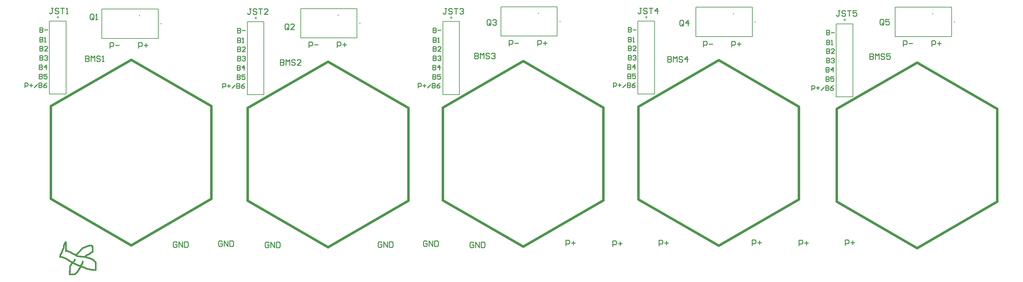
<source format=gto>
G04*
G04 #@! TF.GenerationSoftware,Altium Limited,Altium Designer,19.1.7 (138)*
G04*
G04 Layer_Color=65535*
%FSLAX25Y25*%
%MOIN*%
G70*
G01*
G75*
%ADD10C,0.00787*%
%ADD11C,0.00500*%
%ADD12C,0.02500*%
%ADD13C,0.01000*%
G36*
X57720Y93740D02*
X57860Y93700D01*
X57880Y93680D01*
X57960Y93640D01*
X58080Y93560D01*
X58220Y93460D01*
X58500Y93140D01*
Y84440D01*
X59160Y84280D01*
X59220D01*
X59280Y84260D01*
X59360Y84240D01*
X59540Y84200D01*
X59740Y84140D01*
X59760D01*
X59780Y84120D01*
X59900Y84080D01*
X60020Y84020D01*
X60140Y83960D01*
X60160D01*
X60200Y83940D01*
X60320Y83860D01*
X60480Y83800D01*
X60620Y83760D01*
X60660D01*
X60740Y83720D01*
X60840Y83660D01*
X60980Y83540D01*
X61020Y83500D01*
X61080Y83480D01*
X61160Y83440D01*
X61280Y83380D01*
X61440Y83340D01*
X61640Y83300D01*
X61900Y83260D01*
X62000D01*
X62100Y83240D01*
X62220Y83220D01*
X62520Y83160D01*
X62660Y83120D01*
X62780Y83060D01*
X62800D01*
X62840Y83040D01*
X62920Y82980D01*
X63000Y82920D01*
X63140Y82840D01*
X63280Y82720D01*
X63440Y82560D01*
X63640Y82380D01*
X63660Y82360D01*
X63740Y82300D01*
X63840Y82200D01*
X63980Y82100D01*
X64300Y81900D01*
X64460Y81800D01*
X64620Y81740D01*
X64640D01*
X64700Y81720D01*
X64800Y81680D01*
X64940Y81640D01*
X65100Y81560D01*
X65320Y81480D01*
X65560Y81360D01*
X65820Y81220D01*
X65860Y81200D01*
X65940Y81160D01*
X66080Y81080D01*
X66240Y81000D01*
X66580Y80820D01*
X66740Y80720D01*
X66860Y80640D01*
X66880Y80620D01*
X66920Y80600D01*
X67020Y80540D01*
X67160Y80500D01*
X67600Y80340D01*
X67620D01*
X67660Y80320D01*
X67800Y80280D01*
X67960Y80240D01*
X68020Y80220D01*
X68100D01*
X68160Y80240D01*
X68240Y80280D01*
X68340Y80340D01*
X68360D01*
X68380Y80380D01*
X68500Y80440D01*
X68660Y80540D01*
X68840Y80640D01*
X68860Y80660D01*
X68900Y80700D01*
X69000Y80780D01*
X69140Y80900D01*
X69320Y81080D01*
X69460Y81220D01*
X69600Y81340D01*
X69740Y81500D01*
X69920Y81680D01*
X70120Y81900D01*
X70340Y82120D01*
X70360Y82140D01*
X70400Y82180D01*
X70460Y82240D01*
X70540Y82340D01*
X70660Y82460D01*
X70780Y82580D01*
X71080Y82900D01*
X71400Y83280D01*
X71760Y83680D01*
X72140Y84100D01*
X72480Y84520D01*
Y84540D01*
X72520Y84560D01*
X72620Y84680D01*
X72780Y84860D01*
X72980Y85100D01*
X73240Y85380D01*
X73540Y85700D01*
X73860Y86020D01*
X74200Y86360D01*
X74220Y86380D01*
X74240Y86400D01*
X74360Y86500D01*
X74520Y86660D01*
X74720Y86840D01*
X74940Y87020D01*
X75140Y87180D01*
X75340Y87320D01*
X75500Y87400D01*
X75520D01*
X75540Y87420D01*
X75620Y87440D01*
X75720Y87480D01*
X75860Y87540D01*
X76060Y87620D01*
X76300Y87700D01*
X76600Y87820D01*
X76620D01*
X76640Y87840D01*
X76760Y87880D01*
X76920Y87960D01*
X77160Y88060D01*
X77420Y88180D01*
X77720Y88320D01*
X78040Y88460D01*
X78380Y88620D01*
X78400D01*
X78480Y88640D01*
X78580Y88680D01*
X78740Y88720D01*
X78760D01*
X78780Y88740D01*
X78900Y88760D01*
X79060Y88780D01*
X79220Y88800D01*
X79260D01*
X79360Y88840D01*
X79520Y88880D01*
X79720Y88940D01*
X79740D01*
X79780Y88960D01*
X79900Y89020D01*
X80060Y89100D01*
X80220Y89200D01*
X80240Y89220D01*
X80300Y89240D01*
X80400Y89300D01*
X80500Y89360D01*
X80640Y89440D01*
X80800Y89500D01*
X81140Y89640D01*
X81160D01*
X81220Y89660D01*
X81300Y89700D01*
X81420Y89740D01*
X81660Y89800D01*
X81900Y89820D01*
X81940D01*
X82060Y89840D01*
X82180Y89860D01*
X82220Y89880D01*
X82260Y89900D01*
X82280Y89920D01*
X82300D01*
X82360Y89940D01*
X82420Y89960D01*
X82520Y89980D01*
X82640Y90000D01*
X83000D01*
X83140Y90020D01*
X85800D01*
X87060Y88500D01*
X87140Y82240D01*
X86780Y81860D01*
X86760Y81840D01*
X86680Y81760D01*
X86580Y81660D01*
X86460Y81560D01*
X86440Y81540D01*
X86380Y81480D01*
X86300Y81420D01*
X86240Y81380D01*
X86220D01*
X86200Y81360D01*
X86080Y81300D01*
X85900Y81220D01*
X85680Y81080D01*
X85660D01*
X85640Y81040D01*
X85500Y80960D01*
X85320Y80860D01*
X85140Y80760D01*
X85120D01*
X85080Y80720D01*
X84980Y80660D01*
X84840Y80560D01*
X84800Y80540D01*
X84720Y80460D01*
X84580Y80360D01*
X84400Y80220D01*
X84380Y80200D01*
X84300Y80140D01*
X84180Y80040D01*
X84040Y79920D01*
X83860Y79780D01*
X83660Y79640D01*
X83240Y79340D01*
X83220Y79320D01*
X83140Y79280D01*
X83040Y79220D01*
X82920Y79160D01*
X82600Y79000D01*
X82440Y78940D01*
X82280Y78880D01*
X82260D01*
X82200Y78860D01*
X82120Y78820D01*
X81980Y78760D01*
X81800Y78700D01*
X81580Y78580D01*
X81320Y78440D01*
X81000Y78280D01*
X80960Y78260D01*
X80860Y78200D01*
X80700Y78120D01*
X80520Y78020D01*
X80320Y77900D01*
X80120Y77780D01*
X79960Y77660D01*
X79820Y77560D01*
X79800Y77540D01*
X79740Y77480D01*
X79700Y77420D01*
Y77380D01*
X79760D01*
X79800Y77360D01*
X80100D01*
X80200Y77340D01*
X80340Y77320D01*
X80540Y77260D01*
X80560D01*
X80600Y77240D01*
X80640Y77220D01*
X80720Y77200D01*
X80900Y77120D01*
X81100Y77020D01*
X81120D01*
X81140Y77000D01*
X81280Y76960D01*
X81440Y76880D01*
X81620Y76820D01*
X81640D01*
X81660Y76800D01*
X81760Y76780D01*
X81860Y76740D01*
X81960Y76720D01*
X81980D01*
X82040Y76700D01*
X82160Y76680D01*
X82320Y76620D01*
X83620Y76240D01*
X83640D01*
X83680Y76220D01*
X83740Y76200D01*
X83820Y76180D01*
X84000Y76120D01*
X84200Y76080D01*
X84220D01*
X84280Y76060D01*
X84360Y76040D01*
X84480Y76020D01*
X84620Y75980D01*
X84780Y75940D01*
X85120Y75820D01*
X85140D01*
X85200Y75800D01*
X85300Y75760D01*
X85400Y75720D01*
X85680Y75600D01*
X85960Y75500D01*
X85980D01*
X86000Y75480D01*
X86100Y75420D01*
X86200Y75360D01*
X86280Y75340D01*
X86300D01*
X86360Y75320D01*
X86440Y75280D01*
X86540Y75200D01*
X86560Y75180D01*
X86640Y75100D01*
X86760Y75000D01*
X86900Y74860D01*
X86940Y74820D01*
X87020Y74740D01*
X87140Y74640D01*
X87260Y74520D01*
X87280Y74500D01*
X87360Y74460D01*
X87420Y74420D01*
X87480Y74400D01*
X87500D01*
X87540Y74360D01*
X87640Y74320D01*
X87760Y74240D01*
X87920Y74100D01*
X88140Y73920D01*
X88400Y73700D01*
X88720Y73400D01*
X88740D01*
X88760Y73360D01*
X88880Y73260D01*
X89040Y73100D01*
X89220Y72900D01*
X89440Y72700D01*
X89640Y72480D01*
X89800Y72280D01*
X89940Y72100D01*
Y72080D01*
X89960Y72040D01*
X90000Y71980D01*
X90060Y71920D01*
X90180Y71720D01*
X90340Y71540D01*
X90360Y71520D01*
X90380Y71500D01*
X90400Y71460D01*
X90420Y71360D01*
X90460Y71240D01*
Y71060D01*
X90480Y70820D01*
Y70780D01*
Y70740D01*
Y70660D01*
Y70560D01*
X90500Y70440D01*
Y70280D01*
Y70080D01*
Y69860D01*
Y69600D01*
X90520Y69300D01*
Y68940D01*
Y68560D01*
Y68120D01*
Y67640D01*
Y67100D01*
Y62840D01*
X89820Y62140D01*
X87160D01*
X86940Y62160D01*
X86640D01*
X86540Y62180D01*
X86420Y62200D01*
X86180Y62220D01*
X86040Y62260D01*
X85940Y62280D01*
X85920D01*
X85900Y62300D01*
X85840D01*
X85760Y62320D01*
X85560Y62360D01*
X85300Y62400D01*
X85240D01*
X85160Y62420D01*
X85080D01*
X84860Y62440D01*
X84600Y62460D01*
X84540D01*
X84480Y62480D01*
X84260D01*
X84140Y62500D01*
X83820Y62540D01*
X83800D01*
X83740Y62560D01*
X83660D01*
X83560Y62580D01*
X83300Y62620D01*
X83020Y62680D01*
X83000D01*
X82960Y62700D01*
X82900D01*
X82800Y62720D01*
X82580Y62780D01*
X82320Y62820D01*
X82300D01*
X82260Y62840D01*
X82200D01*
X82120Y62860D01*
X81960Y62880D01*
X81680D01*
X81540Y62900D01*
X81340Y62940D01*
X81320D01*
X81300Y62960D01*
X81180Y63000D01*
X81000Y63040D01*
X80800Y63100D01*
X80780D01*
X80760Y63120D01*
X80620Y63140D01*
X80460Y63200D01*
X80260Y63240D01*
X80220Y63260D01*
X80120Y63280D01*
X80000Y63300D01*
X79820D01*
X79720Y63320D01*
X79600Y63340D01*
X79520Y63400D01*
X79500Y63420D01*
X79460Y63460D01*
X79380Y63500D01*
X79260Y63520D01*
X79220D01*
X79140Y63560D01*
X79000Y63660D01*
X78920Y63720D01*
X78820Y63820D01*
X78800Y63840D01*
X78760Y63880D01*
X78680Y63940D01*
X78540Y64020D01*
X78380Y64120D01*
X78160Y64240D01*
X77900Y64360D01*
X77580Y64500D01*
X77540Y64520D01*
X77420Y64560D01*
X77240Y64640D01*
X77000Y64740D01*
X76700Y64840D01*
X76380Y64960D01*
X76020Y65080D01*
X75640Y65180D01*
X75620D01*
X75600Y65200D01*
X75480Y65240D01*
X75320Y65280D01*
X75120Y65340D01*
X75100D01*
X75080Y65360D01*
X74980Y65400D01*
X74840Y65440D01*
X74700Y65500D01*
X74680D01*
X74660Y65520D01*
X74560Y65580D01*
X74420Y65620D01*
X74280Y65640D01*
X74260D01*
X74220Y65620D01*
X74160Y65580D01*
X74100Y65540D01*
X74020Y65460D01*
X73920Y65340D01*
X73800Y65200D01*
X73780Y65180D01*
X73740Y65120D01*
X73680Y65020D01*
X73600Y64900D01*
X73480Y64720D01*
X73360Y64520D01*
X73220Y64280D01*
X73060Y64000D01*
X72640Y63220D01*
Y63200D01*
X72600Y63160D01*
X72540Y63020D01*
X72440Y62860D01*
X72400Y62800D01*
X72360Y62760D01*
X72320Y62720D01*
X72260Y62620D01*
X72160Y62500D01*
X72100Y62360D01*
Y62340D01*
X72060Y62300D01*
X72000Y62200D01*
X71900Y62060D01*
X71160Y61000D01*
X70840Y60520D01*
X70820Y60500D01*
X70760Y60420D01*
X70640Y60280D01*
X70560Y60180D01*
X70460Y60080D01*
X70440Y60060D01*
X70420Y60020D01*
X70360Y59960D01*
X70280Y59900D01*
X70080Y59700D01*
X69820Y59480D01*
X67880Y57840D01*
X67860Y57820D01*
X67800Y57780D01*
X67700Y57700D01*
X67600Y57640D01*
X67400Y57460D01*
X67300Y57400D01*
X67240Y57360D01*
X67220D01*
X67160Y57340D01*
X67120D01*
X67040Y57320D01*
X66920D01*
X66780Y57300D01*
X66620Y57280D01*
X66400D01*
X66160Y57260D01*
X65520D01*
X65120Y57240D01*
X61320D01*
X61000Y57560D01*
X60960Y57600D01*
X60900Y57680D01*
X60820Y57800D01*
X60760Y57940D01*
Y57960D01*
Y57980D01*
Y58040D01*
X60740Y58120D01*
Y58240D01*
Y58380D01*
Y58560D01*
X60760Y58780D01*
X60840Y59560D01*
X60920Y60300D01*
Y60320D01*
Y60360D01*
X60940Y60440D01*
Y60560D01*
X60960Y60740D01*
X60980Y60980D01*
Y61280D01*
X61000Y61660D01*
Y61680D01*
Y61720D01*
Y61780D01*
Y61860D01*
Y61960D01*
X61020Y62080D01*
Y62380D01*
Y62740D01*
X61040Y63160D01*
Y63620D01*
Y64120D01*
Y67320D01*
X61500Y67720D01*
X61520Y67760D01*
X61600Y67860D01*
X61720Y68000D01*
X61860Y68160D01*
Y68180D01*
X61900Y68200D01*
X61980Y68320D01*
X62060Y68460D01*
X62140Y68620D01*
X62160Y68660D01*
X62200Y68740D01*
X62280Y68860D01*
X62380Y69000D01*
X62400Y69040D01*
X62460Y69120D01*
X62540Y69200D01*
X62600Y69280D01*
X62620Y69300D01*
X62640Y69320D01*
X62720Y69440D01*
X62820Y69600D01*
X62840Y69680D01*
X62860Y69780D01*
Y69800D01*
Y69820D01*
X62900Y69960D01*
X62960Y70120D01*
X63060Y70300D01*
X63300Y70520D01*
X62160Y71200D01*
X62140Y71220D01*
X62060Y71260D01*
X61920Y71360D01*
X61720Y71480D01*
X61700Y71500D01*
X61660Y71520D01*
X61600Y71560D01*
X61520Y71620D01*
X61320Y71780D01*
X61080Y71980D01*
X61060Y72000D01*
X61020Y72040D01*
X60960Y72100D01*
X60860Y72160D01*
X60640Y72360D01*
X60340Y72560D01*
X60320Y72580D01*
X60280Y72600D01*
X60200Y72660D01*
X60100Y72720D01*
X59860Y72860D01*
X59620Y72980D01*
X59600D01*
X59560Y73000D01*
X59500Y73040D01*
X59440Y73080D01*
X59240Y73180D01*
X59020Y73300D01*
X59000D01*
X58980Y73320D01*
X58880Y73400D01*
X58760Y73460D01*
X58660Y73540D01*
X58640Y73560D01*
X58580Y73600D01*
X58480Y73680D01*
X58360Y73760D01*
X58180Y73880D01*
X57960Y74000D01*
X57700Y74140D01*
X57400Y74300D01*
X57360Y74320D01*
X57260Y74380D01*
X57100Y74460D01*
X56880Y74540D01*
X56640Y74660D01*
X56380Y74760D01*
X56100Y74860D01*
X55840Y74940D01*
X55820D01*
X55800Y74960D01*
X55740Y74980D01*
X55660Y75000D01*
X55440Y75080D01*
X55180Y75180D01*
X55160D01*
X55120Y75200D01*
X55060Y75240D01*
X54960Y75280D01*
X54760Y75380D01*
X54520Y75500D01*
X54500Y75520D01*
X54440Y75540D01*
X54340Y75580D01*
X54220Y75640D01*
X53940Y75740D01*
X53660Y75820D01*
X53640D01*
X53600Y75840D01*
X53500D01*
X53380Y75860D01*
X53220D01*
X53000Y75880D01*
X51900D01*
X51700Y75900D01*
X51320D01*
X51200Y75920D01*
X51180D01*
X51160Y75940D01*
X51060Y75960D01*
X50920Y76040D01*
X50780Y76160D01*
Y76180D01*
X50760Y76200D01*
X50680Y76300D01*
X50600Y76440D01*
X50540Y76580D01*
Y76600D01*
Y76620D01*
X50520Y76680D01*
Y76760D01*
Y76860D01*
Y77000D01*
Y77160D01*
Y77360D01*
Y77380D01*
Y77420D01*
X50540Y77500D01*
Y77600D01*
X50560Y77720D01*
Y77860D01*
X50620Y78180D01*
X50680Y78520D01*
X50760Y78880D01*
X50860Y79200D01*
X51000Y79480D01*
X51340Y80220D01*
Y80240D01*
X51380Y80280D01*
X51420Y80360D01*
X51460Y80440D01*
X51560Y80640D01*
X51660Y80840D01*
X52140Y81580D01*
X52160Y81620D01*
X52220Y81720D01*
X52300Y81860D01*
X52400Y82060D01*
X52480Y82280D01*
X52560Y82520D01*
X52620Y82760D01*
X52640Y83020D01*
Y83040D01*
Y83060D01*
X52660Y83180D01*
X52700Y83340D01*
X52760Y83500D01*
Y83520D01*
X52800Y83580D01*
X52820Y83660D01*
X52880Y83820D01*
X53020Y84240D01*
Y84260D01*
X53040Y84280D01*
X53060Y84400D01*
X53140Y84580D01*
X53260Y84820D01*
Y84840D01*
X53300Y84880D01*
X53340Y84960D01*
X53380Y85040D01*
X53520Y85260D01*
X53660Y85500D01*
X53680Y85540D01*
X53760Y85640D01*
X53860Y85800D01*
X53960Y85980D01*
X54100Y86200D01*
X54200Y86420D01*
X54300Y86620D01*
X54380Y86820D01*
Y86840D01*
X54400Y86920D01*
X54420Y87040D01*
X54460Y87220D01*
X54480Y87440D01*
X54520Y87720D01*
X54540Y88060D01*
X54560Y88460D01*
Y88480D01*
Y88500D01*
Y88620D01*
X54580Y88780D01*
Y88980D01*
X54600Y89180D01*
X54620Y89380D01*
Y89580D01*
X54640Y89720D01*
Y89740D01*
X54660Y89780D01*
X54700Y89920D01*
X54760Y90080D01*
X54860Y90220D01*
X54880Y90240D01*
X54900Y90280D01*
X54960Y90340D01*
X55020Y90440D01*
X55080Y90560D01*
X55180Y90720D01*
X55260Y90880D01*
X55360Y91080D01*
X55380Y91100D01*
X55400Y91180D01*
X55460Y91300D01*
X55520Y91460D01*
X55600Y91640D01*
X55680Y91840D01*
X55840Y92320D01*
Y92340D01*
X55860Y92380D01*
X55900Y92460D01*
X55940Y92540D01*
X56060Y92760D01*
X56220Y93040D01*
X56440Y93300D01*
X56700Y93520D01*
X56860Y93600D01*
X57020Y93680D01*
X57200Y93720D01*
X57400Y93740D01*
X57460D01*
X57580Y93760D01*
X57720Y93740D01*
D02*
G37*
%LPC*%
G36*
X84980Y88340D02*
X83960Y88300D01*
X83860D01*
X83740Y88280D01*
X83580Y88260D01*
X83400Y88240D01*
X83180Y88220D01*
X82940Y88180D01*
X82700Y88140D01*
X82160Y88020D01*
X81620Y87880D01*
X81360Y87780D01*
X81120Y87660D01*
X80920Y87540D01*
X80720Y87400D01*
X80700Y87380D01*
X80660Y87360D01*
X80560Y87300D01*
X80420Y87260D01*
X80380D01*
X80280Y87220D01*
X80140Y87180D01*
X79940Y87140D01*
X79900D01*
X79840Y87120D01*
X79760Y87100D01*
X79560Y87060D01*
X79320Y87000D01*
X79300D01*
X79260Y86980D01*
X79200Y86960D01*
X79140Y86940D01*
X78960Y86860D01*
X78780Y86780D01*
X77600Y86320D01*
X77100Y86080D01*
X77080D01*
X77060Y86060D01*
X76940Y86000D01*
X76760Y85940D01*
X76580Y85860D01*
X76540Y85840D01*
X76440Y85820D01*
X76340Y85780D01*
X76240Y85760D01*
X76220D01*
X76200Y85740D01*
X76140Y85720D01*
X76040Y85680D01*
X75940Y85600D01*
X75780Y85500D01*
X75600Y85360D01*
X75400Y85180D01*
X75380Y85160D01*
X75300Y85100D01*
X75200Y84980D01*
X75080Y84860D01*
X74800Y84560D01*
X74680Y84400D01*
X74560Y84240D01*
X74540Y84220D01*
X74500Y84160D01*
X74420Y84060D01*
X74300Y83900D01*
X74100Y83680D01*
X73980Y83540D01*
X73840Y83380D01*
X73680Y83180D01*
X73480Y82980D01*
X73280Y82760D01*
X73040Y82500D01*
X73020Y82480D01*
X72980Y82440D01*
X72920Y82360D01*
X72820Y82260D01*
X72700Y82140D01*
X72560Y81980D01*
X72400Y81820D01*
X72240Y81620D01*
X71840Y81200D01*
X71400Y80740D01*
X70940Y80240D01*
X70460Y79740D01*
X69640Y78840D01*
X69940Y78740D01*
X69960D01*
X70000Y78720D01*
X70060Y78700D01*
X70120Y78680D01*
X70220Y78660D01*
X70340Y78640D01*
X70500Y78620D01*
X70680Y78580D01*
X70880Y78540D01*
X71140Y78500D01*
X71420Y78480D01*
X71760Y78440D01*
X72140Y78380D01*
X72560Y78340D01*
X73020Y78300D01*
X73920Y78220D01*
X74000D01*
X74080Y78200D01*
X74180D01*
X74420Y78160D01*
X74520Y78140D01*
X74620Y78120D01*
X74660D01*
X74720Y78100D01*
X74800Y78080D01*
X75000Y78060D01*
X75260Y78020D01*
X75520D01*
X75760Y78000D01*
X76040D01*
X76780Y77960D01*
X76840D01*
X76900Y77940D01*
X76980D01*
X77140Y77920D01*
X77300D01*
X77340Y77900D01*
X77480Y77860D01*
X77640Y77840D01*
X77780D01*
X77840Y77880D01*
X77900Y77960D01*
X77960Y78060D01*
Y78080D01*
X77980Y78100D01*
X78020Y78220D01*
X78040Y78340D01*
X78060Y78460D01*
Y78480D01*
X78100Y78540D01*
X78160Y78620D01*
X78280Y78760D01*
X78360Y78820D01*
X78460Y78920D01*
X78600Y79020D01*
X78760Y79120D01*
X78940Y79240D01*
X79140Y79360D01*
X79380Y79500D01*
X79660Y79640D01*
X80500Y80060D01*
X80960Y80340D01*
X80980D01*
X81000Y80360D01*
X81140Y80440D01*
X81300Y80500D01*
X81480Y80540D01*
X81520D01*
X81600Y80560D01*
X81680Y80600D01*
X81780Y80640D01*
X81920Y80700D01*
X82080Y80780D01*
X82260Y80880D01*
X82280Y80900D01*
X82360Y80940D01*
X82460Y81000D01*
X82600Y81100D01*
X82760Y81220D01*
X82940Y81360D01*
X83140Y81520D01*
X83340Y81700D01*
X83820Y82100D01*
X83840Y82120D01*
X83920Y82180D01*
X84000Y82220D01*
X84060Y82240D01*
X84080D01*
X84120Y82260D01*
X84200Y82300D01*
X84320Y82360D01*
X84780Y82640D01*
X85460Y83020D01*
X85420Y85380D01*
Y85400D01*
Y85440D01*
Y85520D01*
Y85620D01*
Y85740D01*
X85400Y85880D01*
Y86200D01*
X85380Y86540D01*
Y86880D01*
X85360Y87180D01*
X85340Y87300D01*
Y87400D01*
Y87420D01*
Y87480D01*
X85320Y87580D01*
X85300Y87680D01*
X85260Y87880D01*
X85220Y87960D01*
X85180Y88020D01*
X84980Y88340D01*
D02*
G37*
G36*
X56780Y89740D02*
X56540Y89520D01*
X56520Y89500D01*
X56460Y89420D01*
X56380Y89280D01*
X56340Y89080D01*
Y89060D01*
Y89020D01*
Y88940D01*
X56320Y88820D01*
Y88660D01*
X56300Y88440D01*
Y88200D01*
X56280Y87880D01*
Y87860D01*
Y87840D01*
Y87780D01*
X56260Y87700D01*
X56240Y87520D01*
X56220Y87280D01*
X56200Y87000D01*
X56160Y86740D01*
X56120Y86460D01*
X56060Y86220D01*
Y86200D01*
X56040Y86120D01*
X56000Y86020D01*
X55960Y85880D01*
X55820Y85580D01*
X55740Y85440D01*
X55640Y85300D01*
X55620Y85280D01*
X55560Y85200D01*
X55480Y85080D01*
X55380Y84900D01*
X55240Y84680D01*
X55100Y84420D01*
X54940Y84100D01*
X54780Y83760D01*
Y83740D01*
X54760Y83720D01*
X54720Y83600D01*
X54640Y83420D01*
X54580Y83200D01*
X54500Y82960D01*
X54420Y82700D01*
X54380Y82440D01*
X54360Y82200D01*
Y82180D01*
X54340Y82100D01*
X54300Y81960D01*
X54220Y81760D01*
Y81740D01*
X54200Y81700D01*
X54160Y81640D01*
X54140Y81580D01*
X54040Y81380D01*
X53920Y81160D01*
Y81140D01*
X53900Y81120D01*
X53860Y81060D01*
X53820Y80980D01*
X53720Y80800D01*
X53600Y80560D01*
X53440Y80260D01*
X53280Y79960D01*
X53120Y79640D01*
X52960Y79340D01*
X52940Y79300D01*
X52900Y79220D01*
X52820Y79080D01*
X52760Y78900D01*
X52580Y78540D01*
X52520Y78380D01*
X52480Y78260D01*
X52360Y77800D01*
Y77780D01*
Y77740D01*
X52420Y77680D01*
X52460Y77660D01*
X52540Y77640D01*
X52580D01*
X52660Y77620D01*
X52740D01*
X52880Y77600D01*
X53040D01*
X53260Y77580D01*
X53520Y77560D01*
X53640D01*
X53780Y77540D01*
X53940D01*
X54280Y77500D01*
X54440Y77480D01*
X54580Y77460D01*
X54600D01*
X54640Y77440D01*
X54700D01*
X54760Y77420D01*
X54940Y77360D01*
X55120Y77260D01*
X55140D01*
X55160Y77240D01*
X55260Y77180D01*
X55440Y77100D01*
X55640Y76980D01*
X55660D01*
X55700Y76960D01*
X55760Y76920D01*
X55840Y76900D01*
X56040Y76820D01*
X56280Y76740D01*
X57280Y76340D01*
X57300D01*
X57340Y76320D01*
X57400Y76300D01*
X57480Y76280D01*
X57660Y76220D01*
X57880Y76160D01*
X57900Y76140D01*
X57980Y76100D01*
X58100Y76020D01*
X58260Y75920D01*
X59120Y75380D01*
X59140D01*
X59160Y75340D01*
X59300Y75260D01*
X59460Y75140D01*
X59640Y75020D01*
X59660Y75000D01*
X59700Y74960D01*
X59780Y74920D01*
X59900Y74840D01*
X59940Y74820D01*
X60020Y74780D01*
X60140Y74740D01*
X60280Y74680D01*
X60320D01*
X60400Y74640D01*
X60520Y74580D01*
X60680Y74500D01*
X60700D01*
X60720Y74480D01*
X60820Y74420D01*
X60960Y74320D01*
X61080Y74200D01*
X61100Y74180D01*
X61120Y74160D01*
X61240Y74040D01*
X61400Y73920D01*
X61460Y73860D01*
X61520Y73840D01*
X61540D01*
X61580Y73820D01*
X61640Y73780D01*
X61720Y73740D01*
X61820Y73680D01*
X61940Y73580D01*
X62100Y73460D01*
X62140Y73440D01*
X62240Y73360D01*
X62380Y73240D01*
X62580Y73080D01*
X62820Y72920D01*
X63100Y72720D01*
X63400Y72540D01*
X63720Y72340D01*
X63740D01*
X63760Y72320D01*
X63860Y72260D01*
X64020Y72200D01*
X64180Y72100D01*
X64380Y72020D01*
X64560Y71960D01*
X64720Y71900D01*
X64820D01*
X64840Y71920D01*
X64900Y71980D01*
X65000Y72100D01*
X65140Y72240D01*
X65760Y72960D01*
X65780Y72980D01*
X65800Y73000D01*
X65900Y73120D01*
X66000Y73280D01*
X66100Y73440D01*
Y73460D01*
X66120Y73480D01*
X66160Y73580D01*
X66200Y73760D01*
X66240Y73960D01*
Y73980D01*
Y74000D01*
X66260Y74060D01*
X66280Y74140D01*
X66320Y74320D01*
X66420Y74540D01*
X66540Y74740D01*
X66700Y74940D01*
X66920Y75080D01*
X67060Y75120D01*
X67200Y75140D01*
X67240D01*
X67380Y75120D01*
X67540Y75040D01*
X67640Y75000D01*
X67720Y74920D01*
X67800Y74840D01*
X67880Y74720D01*
X67960Y74580D01*
X68000Y74420D01*
X68040Y74220D01*
Y73980D01*
X68020Y73720D01*
X67960Y73420D01*
Y73400D01*
X67940Y73340D01*
X67920Y73260D01*
X67900Y73140D01*
X67800Y72880D01*
X67680Y72600D01*
Y72580D01*
X67640Y72540D01*
X67580Y72460D01*
X67520Y72340D01*
X67420Y72220D01*
X67280Y72060D01*
X67120Y71860D01*
X66940Y71660D01*
X66280Y70880D01*
X66540Y70840D01*
X66560D01*
X66660Y70800D01*
X66780Y70760D01*
X66940Y70680D01*
X67480Y70460D01*
X67500D01*
X67520Y70440D01*
X67660Y70380D01*
X67840Y70300D01*
X68040Y70220D01*
X68060D01*
X68100Y70200D01*
X68220Y70160D01*
X68360Y70120D01*
X68500Y70100D01*
X68520D01*
X68560Y70080D01*
X68620Y70060D01*
X68720Y70020D01*
X68880Y69940D01*
X68980Y69880D01*
X69040Y69820D01*
X69060Y69800D01*
X69140Y69740D01*
X69260Y69660D01*
X69400Y69600D01*
X69780Y69400D01*
X69800D01*
X69820Y69380D01*
X69880Y69340D01*
X69960Y69300D01*
X70140Y69200D01*
X70360Y69100D01*
X70380D01*
X70420Y69080D01*
X70540Y69040D01*
X70700Y68980D01*
X70840Y68960D01*
X70900D01*
X70980Y68940D01*
X71120Y68900D01*
X71280Y68840D01*
X71520Y68740D01*
X71800Y68620D01*
X72160Y68460D01*
X72180D01*
X72220Y68440D01*
X72280Y68420D01*
X72360Y68400D01*
X72580Y68320D01*
X72840Y68260D01*
X72880D01*
X72960Y68240D01*
X73060Y68260D01*
X73120Y68300D01*
X73180Y68360D01*
X73220Y68400D01*
X73260Y68460D01*
X73320Y68540D01*
X73400Y68660D01*
X73520Y68820D01*
X73660Y69020D01*
X73820Y69280D01*
X73840Y69300D01*
X73860Y69360D01*
X73900Y69440D01*
X73960Y69540D01*
X74040Y69680D01*
X74120Y69840D01*
X74280Y70200D01*
X74460Y70600D01*
X74620Y71020D01*
X74720Y71420D01*
X74760Y71600D01*
X74780Y71780D01*
Y71800D01*
Y71820D01*
X74800Y71900D01*
X74820Y72000D01*
X74880Y72080D01*
X74900Y72100D01*
X74940Y72140D01*
X74960Y72220D01*
X74980Y72320D01*
Y72340D01*
X75000Y72360D01*
X75040Y72460D01*
X75120Y72620D01*
X75260Y72780D01*
X75280Y72800D01*
X75300Y72820D01*
X75440Y72900D01*
X75620Y72960D01*
X75720Y73000D01*
X75880D01*
X75980Y72980D01*
X76120Y72940D01*
X76280Y72880D01*
X76420Y72760D01*
X76560Y72580D01*
X76620Y72460D01*
X76660Y72320D01*
X76700Y72160D01*
Y71980D01*
Y71960D01*
Y71940D01*
Y71840D01*
X76680Y71700D01*
X76660Y71560D01*
Y71540D01*
X76640Y71460D01*
X76600Y71380D01*
X76560Y71320D01*
Y71300D01*
X76520Y71260D01*
Y71200D01*
X76500Y71140D01*
X76480Y71040D01*
Y70920D01*
Y70900D01*
Y70860D01*
X76460Y70740D01*
X76420Y70580D01*
X76400Y70520D01*
X76360Y70480D01*
X76340Y70460D01*
X76320Y70420D01*
X76300Y70360D01*
X76280Y70240D01*
Y70200D01*
X76260Y70100D01*
X76220Y69940D01*
X76120Y69700D01*
Y69680D01*
X76100Y69640D01*
X76060Y69580D01*
X76020Y69500D01*
X75900Y69280D01*
X75760Y69040D01*
X75180Y68100D01*
Y68080D01*
X75140Y68040D01*
X75100Y67960D01*
X75060Y67880D01*
X74960Y67680D01*
X74920Y67600D01*
X74880Y67520D01*
Y67500D01*
Y67440D01*
X74900Y67380D01*
X74940Y67360D01*
X74980Y67340D01*
X75020D01*
X75100Y67300D01*
X75260Y67240D01*
X75480Y67120D01*
X75500D01*
X75540Y67100D01*
X75600Y67060D01*
X75680Y67040D01*
X75860Y66960D01*
X76000Y66940D01*
X76020D01*
X76060Y66920D01*
X76140D01*
X76260Y66880D01*
X76420Y66840D01*
X76620Y66780D01*
X76880Y66680D01*
X77200Y66580D01*
X77220D01*
X77240Y66560D01*
X77360Y66520D01*
X77540Y66480D01*
X77760Y66400D01*
X78000Y66300D01*
X78260Y66200D01*
X78520Y66100D01*
X78780Y66000D01*
X78800D01*
X78820Y65980D01*
X78940Y65900D01*
X79100Y65800D01*
X79280Y65700D01*
X79300D01*
X79320Y65680D01*
X79420Y65620D01*
X79520Y65540D01*
X79600Y65460D01*
X79620D01*
X79640Y65420D01*
X79740Y65360D01*
X79860Y65280D01*
X80000Y65240D01*
X80040D01*
X80100Y65220D01*
X80180Y65180D01*
X80260Y65120D01*
X80280Y65100D01*
X80340Y65080D01*
X80460Y65040D01*
X80540Y65020D01*
X80740D01*
X80840Y65000D01*
X81000Y64960D01*
X81020D01*
X81040Y64940D01*
X81140Y64920D01*
X81300Y64860D01*
X81460Y64800D01*
X81480D01*
X81500Y64780D01*
X81620Y64740D01*
X81780Y64700D01*
X82000Y64640D01*
X82060D01*
X82120Y64620D01*
X82200D01*
X82380Y64600D01*
X82740D01*
X82840Y64580D01*
X83080Y64560D01*
X83180Y64520D01*
X83240Y64480D01*
X83280Y64460D01*
X83320Y64440D01*
X83400Y64400D01*
X83500Y64380D01*
X83640Y64340D01*
X83820Y64300D01*
X84040Y64260D01*
X84080D01*
X84160Y64240D01*
X84280Y64220D01*
X84460D01*
X84660Y64200D01*
X84900Y64180D01*
X85420Y64160D01*
X85640D01*
X85840Y64140D01*
X86080Y64120D01*
X86140D01*
X86280Y64100D01*
X86440Y64060D01*
X86580Y64020D01*
X86620D01*
X86700Y63980D01*
X86860Y63940D01*
X87100Y63900D01*
X87160D01*
X87240Y63880D01*
X87340D01*
X87460Y63860D01*
X87600D01*
X87920Y63840D01*
X88820D01*
Y67160D01*
Y67180D01*
Y67260D01*
Y67360D01*
Y67500D01*
Y67660D01*
Y67860D01*
Y68280D01*
Y68760D01*
Y69220D01*
X88800Y69420D01*
Y69620D01*
Y69800D01*
Y69940D01*
Y69980D01*
Y70060D01*
X88780Y70160D01*
Y70300D01*
X88760Y70420D01*
X88740Y70540D01*
X88700Y70620D01*
X88660Y70640D01*
X88640Y70660D01*
X88600Y70740D01*
X88540Y70860D01*
X88500Y70980D01*
X88480Y71020D01*
X88460Y71080D01*
X88400Y71140D01*
X88320Y71260D01*
X88200Y71400D01*
X88040Y71560D01*
X87840Y71780D01*
X87820Y71800D01*
X87740Y71880D01*
X87620Y72000D01*
X87480Y72140D01*
X87320Y72300D01*
X87140Y72460D01*
X86960Y72620D01*
X86780Y72760D01*
X86340Y73020D01*
X85960Y73380D01*
X85940Y73400D01*
X85900Y73420D01*
X85820Y73480D01*
X85720Y73560D01*
X85580Y73640D01*
X85400Y73740D01*
X85200Y73840D01*
X84960Y73940D01*
X84940Y73960D01*
X84840Y73980D01*
X84720Y74040D01*
X84540Y74100D01*
X84340Y74180D01*
X84100Y74240D01*
X83620Y74360D01*
X83020Y74520D01*
X82360Y74740D01*
X82340D01*
X82300Y74760D01*
X82260Y74780D01*
X82180Y74820D01*
X81980Y74880D01*
X81780Y74940D01*
X81760D01*
X81740Y74960D01*
X81620Y74980D01*
X81500Y75000D01*
X81380Y75020D01*
X81360D01*
X81300Y75040D01*
X81200Y75060D01*
X81060Y75100D01*
X81020Y75120D01*
X80920Y75160D01*
X80780Y75220D01*
X80600Y75300D01*
X80560Y75320D01*
X80500Y75340D01*
X80440Y75380D01*
X80240Y75440D01*
X79960Y75520D01*
X79940D01*
X79900Y75540D01*
X79820Y75560D01*
X79700Y75600D01*
X79580Y75620D01*
X79440Y75660D01*
X79120Y75720D01*
X78140Y75880D01*
X77200Y76080D01*
X77180D01*
X77140Y76100D01*
X77060Y76120D01*
X76940Y76140D01*
X76820Y76180D01*
X76660Y76200D01*
X76320Y76260D01*
X76300D01*
X76240Y76280D01*
X76140D01*
X76040Y76300D01*
X75760Y76320D01*
X74980D01*
X74680Y76340D01*
X74620D01*
X74540Y76360D01*
X74440D01*
X74240Y76400D01*
X74020Y76420D01*
X73980D01*
X73920Y76440D01*
X73840D01*
X73740Y76460D01*
X73620Y76480D01*
X73460D01*
X73300Y76500D01*
X72400Y76620D01*
X72320D01*
X72240Y76640D01*
X72120D01*
X71980Y76660D01*
X71820Y76680D01*
X71460Y76720D01*
X71060Y76760D01*
X70660Y76820D01*
X70280Y76860D01*
X70100Y76900D01*
X69940Y76920D01*
X69900D01*
X69820Y76940D01*
X69680Y76980D01*
X69540Y77000D01*
X69380Y77060D01*
X69220Y77100D01*
X69100Y77140D01*
X69020Y77200D01*
X69000Y77220D01*
X68940Y77280D01*
X68860Y77340D01*
X68760Y77380D01*
X68740D01*
X68700Y77400D01*
X68660Y77420D01*
X68580Y77460D01*
X68500Y77520D01*
X68380Y77600D01*
X68220Y77700D01*
X68200Y77720D01*
X68160Y77760D01*
X68080Y77800D01*
X67980Y77880D01*
X67760Y78060D01*
X67540Y78240D01*
X67520Y78260D01*
X67500Y78280D01*
X67400Y78380D01*
X67260Y78460D01*
X67200Y78500D01*
X67140Y78520D01*
X67120D01*
X67060Y78540D01*
X66960Y78580D01*
X66820Y78620D01*
X66460Y78780D01*
X65800Y79160D01*
X65760Y79180D01*
X65680Y79220D01*
X65540Y79300D01*
X65380Y79400D01*
X65180Y79500D01*
X64960Y79600D01*
X64500Y79820D01*
X64480Y79840D01*
X64400Y79860D01*
X64300Y79920D01*
X64180Y79960D01*
X63940Y80080D01*
X63820Y80120D01*
X63740Y80140D01*
X63720D01*
X63640Y80160D01*
X63520Y80220D01*
X63340Y80320D01*
X63320D01*
X63300Y80360D01*
X63240Y80400D01*
X63160Y80460D01*
X62980Y80600D01*
X62760Y80800D01*
X62740Y80820D01*
X62680Y80880D01*
X62580Y80960D01*
X62480Y81060D01*
X62220Y81240D01*
X62100Y81320D01*
X62000Y81380D01*
X61960Y81400D01*
X61900Y81420D01*
X61840Y81440D01*
X61740Y81480D01*
X61620Y81500D01*
X61460Y81520D01*
X61300Y81540D01*
X61220D01*
X61140Y81560D01*
X61040Y81580D01*
X60780Y81620D01*
X60540Y81700D01*
X60520D01*
X60500Y81720D01*
X60440Y81760D01*
X60360Y81800D01*
X60140Y81900D01*
X59860Y82060D01*
X59820Y82080D01*
X59740Y82120D01*
X59620Y82200D01*
X59460Y82280D01*
X59100Y82460D01*
X58920Y82520D01*
X58760Y82580D01*
X58740D01*
X58700Y82600D01*
X58460D01*
X58360Y82580D01*
X58260Y82520D01*
X58180Y82460D01*
X58140Y82420D01*
X58040Y82360D01*
X57880Y82280D01*
X57760Y82260D01*
X57640Y82240D01*
X57580D01*
X57520Y82260D01*
X57440Y82280D01*
X57240Y82340D01*
X57140Y82400D01*
X57060Y82480D01*
X56780Y82720D01*
Y89740D01*
D02*
G37*
G36*
X64920Y69420D02*
X64880D01*
X64760Y69400D01*
X64640Y69340D01*
X64580Y69300D01*
X64560Y69220D01*
Y69180D01*
X64520Y69080D01*
X64460Y68960D01*
X64360Y68820D01*
X64340Y68800D01*
X64300Y68740D01*
X64240Y68660D01*
X64160Y68540D01*
X64000Y68220D01*
Y68200D01*
X63980Y68160D01*
X63940Y68080D01*
X63900Y68000D01*
X63780Y67800D01*
X63660Y67580D01*
Y67560D01*
X63640Y67540D01*
X63600Y67480D01*
X63540Y67400D01*
X63400Y67200D01*
X63180Y66940D01*
X62800Y66460D01*
X62720Y62880D01*
X62680Y60340D01*
Y60320D01*
Y60300D01*
Y60160D01*
X62660Y59980D01*
Y59780D01*
X62640Y59560D01*
X62620Y59360D01*
X62580Y59200D01*
Y59160D01*
X62560Y59120D01*
Y59100D01*
Y59060D01*
X62580Y59020D01*
X62640Y59000D01*
X62720Y58980D01*
X62820Y58960D01*
X63000D01*
X63180Y58940D01*
X64080D01*
X64320Y58960D01*
X65760D01*
X66000Y58980D01*
X66280D01*
X66340Y59000D01*
X66440D01*
X66600Y59040D01*
X66660Y59080D01*
X66700Y59120D01*
X66720Y59140D01*
X66780Y59180D01*
X66860Y59240D01*
X66960Y59260D01*
X66980D01*
X67040Y59300D01*
X67140Y59380D01*
X67180Y59440D01*
X67240Y59520D01*
X67260Y59540D01*
X67320Y59620D01*
X67440Y59720D01*
X67520Y59800D01*
X67620Y59880D01*
X67640Y59900D01*
X67680Y59920D01*
X67740Y59980D01*
X67820Y60040D01*
X68020Y60220D01*
X68280Y60420D01*
X68300Y60440D01*
X68340Y60480D01*
X68420Y60540D01*
X68500Y60600D01*
X68720Y60800D01*
X68940Y61020D01*
X68960Y61040D01*
X68980Y61060D01*
X69100Y61180D01*
X69220Y61340D01*
X69280Y61400D01*
X69320Y61460D01*
Y61480D01*
X69340Y61520D01*
X69420Y61620D01*
X69480Y61760D01*
X69520Y61800D01*
X69560Y61840D01*
X69580Y61860D01*
X69640Y61920D01*
X69680Y61960D01*
X69720Y62040D01*
X69800Y62120D01*
X69880Y62240D01*
X69900Y62260D01*
X69920Y62300D01*
X69980Y62400D01*
X70080Y62520D01*
X70180Y62680D01*
X70320Y62900D01*
X70460Y63140D01*
X70640Y63420D01*
X71660Y65220D01*
Y65240D01*
X71680Y65260D01*
X71760Y65380D01*
X71840Y65500D01*
X71940Y65600D01*
X71960Y65640D01*
X72020Y65720D01*
X72080Y65820D01*
X72120Y65940D01*
Y65960D01*
X72140Y66020D01*
X72200Y66100D01*
X72280Y66200D01*
X72300D01*
X72320Y66220D01*
X72400Y66300D01*
X72420Y66340D01*
X72400Y66400D01*
X72340Y66460D01*
X72240Y66520D01*
X72220D01*
X72160Y66560D01*
X72040Y66600D01*
X71960Y66640D01*
X71860Y66680D01*
X71740Y66720D01*
X71580Y66780D01*
X71420Y66840D01*
X71220Y66900D01*
X71000Y66980D01*
X70760Y67060D01*
X70480Y67140D01*
X70180Y67240D01*
X70160D01*
X70120Y67260D01*
X70040Y67280D01*
X69920Y67320D01*
X69800Y67380D01*
X69660Y67420D01*
X69340Y67560D01*
X69320D01*
X69280Y67600D01*
X69200Y67640D01*
X69100Y67680D01*
X68880Y67780D01*
X68680Y67900D01*
X68640Y67920D01*
X68540Y68000D01*
X68380Y68100D01*
X68200Y68200D01*
X68160Y68220D01*
X68060Y68280D01*
X67940Y68340D01*
X67820Y68380D01*
X67800D01*
X67720Y68420D01*
X67600Y68440D01*
X67440Y68500D01*
X66980Y68700D01*
X66960Y68720D01*
X66900Y68740D01*
X66780Y68800D01*
X66640Y68860D01*
X66480Y68940D01*
X66280Y69020D01*
X65860Y69180D01*
X65840Y69200D01*
X65760Y69220D01*
X65660Y69260D01*
X65520Y69300D01*
X65220Y69380D01*
X65060Y69400D01*
X64920Y69420D01*
D02*
G37*
%LPD*%
D10*
X1012161Y329500D02*
G03*
X1012161Y329500I-394J0D01*
G01*
X988894Y338250D02*
G03*
X988894Y338250I-394J0D01*
G01*
X798161Y329500D02*
G03*
X798161Y329500I-394J0D01*
G01*
X774894Y338250D02*
G03*
X774894Y338250I-394J0D01*
G01*
X588661Y330000D02*
G03*
X588661Y330000I-394J0D01*
G01*
X565394Y338750D02*
G03*
X565394Y338750I-394J0D01*
G01*
X373661Y328000D02*
G03*
X373661Y328000I-394J0D01*
G01*
X350394Y336750D02*
G03*
X350394Y336750I-394J0D01*
G01*
X160161Y327500D02*
G03*
X160161Y327500I-394J0D01*
G01*
X136894Y336250D02*
G03*
X136894Y336250I-394J0D01*
G01*
D11*
X472287Y333992D02*
G03*
X472287Y333992I-787J0D01*
G01*
X262287Y333780D02*
G03*
X262287Y333780I-787J0D01*
G01*
X49787Y334465D02*
G03*
X49787Y334465I-787J0D01*
G01*
X894787Y331650D02*
G03*
X894787Y331650I-787J0D01*
G01*
X681787Y334492D02*
G03*
X681787Y334492I-787J0D01*
G01*
X1008815Y313752D02*
Y345248D01*
X948185D02*
X1008815D01*
X948185Y313752D02*
Y345248D01*
Y313752D02*
X1008815D01*
X794815D02*
Y345248D01*
X734185D02*
X794815D01*
X734185Y313752D02*
Y345248D01*
Y313752D02*
X794815D01*
X585315Y314252D02*
Y345748D01*
X524685D02*
X585315D01*
X524685Y314252D02*
Y345748D01*
Y314252D02*
X585315D01*
X370315Y312252D02*
Y343748D01*
X309685D02*
X370315D01*
X309685Y312252D02*
Y343748D01*
Y312252D02*
X370315D01*
X156815Y311752D02*
Y343248D01*
X96185D02*
X156815D01*
X96185Y311752D02*
Y343248D01*
Y311752D02*
X156815D01*
X480201Y251512D02*
Y329858D01*
X462484Y251512D02*
X480201D01*
X462484D02*
Y329858D01*
X480122D01*
X480201D01*
X270201Y251299D02*
Y329646D01*
X252484Y251299D02*
X270201D01*
X252484D02*
Y329646D01*
X270122D01*
X270201D01*
X57701Y251984D02*
Y330331D01*
X39984Y251984D02*
X57701D01*
X39984D02*
Y330331D01*
X57622D01*
X57701D01*
X902701Y249169D02*
Y327516D01*
X884984Y249169D02*
X902701D01*
X884984D02*
Y327516D01*
X902622D01*
X902701D01*
X689701Y252012D02*
Y330358D01*
X671984Y252012D02*
X689701D01*
X671984D02*
Y330358D01*
X689622D01*
X689701D01*
D12*
X1058000Y136296D02*
Y235889D01*
X971750Y285686D02*
X1058000Y235889D01*
X971750Y86500D02*
X1058000Y136296D01*
X885500D02*
X971750Y86500D01*
X885500Y136296D02*
Y235889D01*
X971800Y285686D01*
X845000Y138796D02*
Y238389D01*
X758750Y288186D02*
X845000Y238389D01*
X758750Y89000D02*
X845000Y138796D01*
X672500D02*
X758750Y89000D01*
X672500Y138796D02*
Y238389D01*
X758800Y288186D01*
X635000Y137796D02*
Y237389D01*
X548750Y287186D02*
X635000Y237389D01*
X548750Y88000D02*
X635000Y137796D01*
X462500D02*
X548750Y88000D01*
X462500Y137796D02*
Y237389D01*
X548800Y287186D01*
X214000Y139296D02*
Y238889D01*
X127750Y288686D02*
X214000Y238889D01*
X127750Y89500D02*
X214000Y139296D01*
X41500D02*
X127750Y89500D01*
X41500Y139296D02*
Y238889D01*
X127800Y288686D01*
X425500Y137296D02*
Y236889D01*
X339250Y286686D02*
X425500Y236889D01*
X339250Y87500D02*
X425500Y137296D01*
X253000D02*
X339250Y87500D01*
X253000Y137296D02*
Y236889D01*
X339300Y286686D01*
D13*
X957000Y303500D02*
Y309498D01*
X959999D01*
X960999Y308498D01*
Y306499D01*
X959999Y305499D01*
X957000D01*
X962998Y306499D02*
X966997D01*
X987500Y303500D02*
Y309498D01*
X990499D01*
X991499Y308498D01*
Y306499D01*
X990499Y305499D01*
X987500D01*
X993498Y306499D02*
X997497D01*
X995497Y308498D02*
Y304500D01*
X742173Y302701D02*
Y308699D01*
X745172D01*
X746172Y307699D01*
Y305700D01*
X745172Y304700D01*
X742173D01*
X748171Y305700D02*
X752170D01*
X772673Y302701D02*
Y308699D01*
X775672D01*
X776672Y307699D01*
Y305700D01*
X775672Y304700D01*
X772673D01*
X778671Y305700D02*
X782670D01*
X780671Y307699D02*
Y303700D01*
X533673Y303827D02*
Y309825D01*
X536672D01*
X537672Y308825D01*
Y306826D01*
X536672Y305826D01*
X533673D01*
X539671Y306826D02*
X543670D01*
X564173Y303827D02*
Y309825D01*
X567172D01*
X568172Y308825D01*
Y306826D01*
X567172Y305826D01*
X564173D01*
X570171Y306826D02*
X574170D01*
X572171Y308825D02*
Y304826D01*
X318500Y302000D02*
Y307998D01*
X321499D01*
X322499Y306998D01*
Y304999D01*
X321499Y303999D01*
X318500D01*
X324498Y304999D02*
X328497D01*
X349000Y302000D02*
Y307998D01*
X351999D01*
X352999Y306998D01*
Y304999D01*
X351999Y303999D01*
X349000D01*
X354998Y304999D02*
X358997D01*
X356997Y306998D02*
Y303000D01*
X135500Y301500D02*
Y307498D01*
X138499D01*
X139499Y306498D01*
Y304499D01*
X138499Y303499D01*
X135500D01*
X141498Y304499D02*
X145497D01*
X143497Y306498D02*
Y302500D01*
X105000Y301500D02*
Y307498D01*
X107999D01*
X108999Y306498D01*
Y304499D01*
X107999Y303499D01*
X105000D01*
X110998Y304499D02*
X114997D01*
X176999Y92498D02*
X175999Y93498D01*
X174000D01*
X173000Y92498D01*
Y88500D01*
X174000Y87500D01*
X175999D01*
X176999Y88500D01*
Y90499D01*
X174999D01*
X178998Y87500D02*
Y93498D01*
X182997Y87500D01*
Y93498D01*
X184996D02*
Y87500D01*
X187995D01*
X188995Y88500D01*
Y92498D01*
X187995Y93498D01*
X184996D01*
X225499Y93498D02*
X224499Y94498D01*
X222500D01*
X221500Y93498D01*
Y89500D01*
X222500Y88500D01*
X224499D01*
X225499Y89500D01*
Y91499D01*
X223499D01*
X227498Y88500D02*
Y94498D01*
X231497Y88500D01*
Y94498D01*
X233496D02*
Y88500D01*
X236495D01*
X237495Y89500D01*
Y93498D01*
X236495Y94498D01*
X233496D01*
X275499Y91998D02*
X274499Y92998D01*
X272500D01*
X271500Y91998D01*
Y88000D01*
X272500Y87000D01*
X274499D01*
X275499Y88000D01*
Y89999D01*
X273499D01*
X277498Y87000D02*
Y92998D01*
X281497Y87000D01*
Y92998D01*
X283496D02*
Y87000D01*
X286495D01*
X287495Y88000D01*
Y91998D01*
X286495Y92998D01*
X283496D01*
X794500Y89500D02*
Y95498D01*
X797499D01*
X798499Y94498D01*
Y92499D01*
X797499Y91499D01*
X794500D01*
X800498Y92499D02*
X804497D01*
X802497Y94498D02*
Y90500D01*
X845000Y89000D02*
Y94998D01*
X847999D01*
X848999Y93998D01*
Y91999D01*
X847999Y90999D01*
X845000D01*
X850998Y91999D02*
X854997D01*
X852997Y93998D02*
Y90000D01*
X894500Y89500D02*
Y95498D01*
X897499D01*
X898499Y94498D01*
Y92499D01*
X897499Y91499D01*
X894500D01*
X900498Y92499D02*
X904497D01*
X902497Y94498D02*
Y90500D01*
X874500Y320683D02*
Y315685D01*
X876999D01*
X877832Y316518D01*
Y317351D01*
X876999Y318184D01*
X874500D01*
X876999D01*
X877832Y319017D01*
Y319850D01*
X876999Y320683D01*
X874500D01*
X879498Y318184D02*
X882831D01*
X874500Y310183D02*
Y305185D01*
X876999D01*
X877832Y306018D01*
Y306851D01*
X876999Y307684D01*
X874500D01*
X876999D01*
X877832Y308517D01*
Y309350D01*
X876999Y310183D01*
X874500D01*
X879498Y305185D02*
X881164D01*
X880331D01*
Y310183D01*
X879498Y309350D01*
X874500Y300683D02*
Y295685D01*
X876999D01*
X877832Y296518D01*
Y297351D01*
X876999Y298184D01*
X874500D01*
X876999D01*
X877832Y299017D01*
Y299850D01*
X876999Y300683D01*
X874500D01*
X882831Y295685D02*
X879498D01*
X882831Y299017D01*
Y299850D01*
X881998Y300683D01*
X880331D01*
X879498Y299850D01*
X874500Y290683D02*
Y285685D01*
X876999D01*
X877832Y286518D01*
Y287351D01*
X876999Y288184D01*
X874500D01*
X876999D01*
X877832Y289017D01*
Y289850D01*
X876999Y290683D01*
X874500D01*
X879498Y289850D02*
X880331Y290683D01*
X881998D01*
X882831Y289850D01*
Y289017D01*
X881998Y288184D01*
X881164D01*
X881998D01*
X882831Y287351D01*
Y286518D01*
X881998Y285685D01*
X880331D01*
X879498Y286518D01*
X874000Y280683D02*
Y275685D01*
X876499D01*
X877332Y276518D01*
Y277351D01*
X876499Y278184D01*
X874000D01*
X876499D01*
X877332Y279017D01*
Y279850D01*
X876499Y280683D01*
X874000D01*
X881498Y275685D02*
Y280683D01*
X878998Y278184D01*
X882331D01*
X874000Y270683D02*
Y265685D01*
X876499D01*
X877332Y266518D01*
Y267351D01*
X876499Y268184D01*
X874000D01*
X876499D01*
X877332Y269017D01*
Y269850D01*
X876499Y270683D01*
X874000D01*
X882331D02*
X878998D01*
Y268184D01*
X880665Y269017D01*
X881498D01*
X882331Y268184D01*
Y266518D01*
X881498Y265685D01*
X879831D01*
X878998Y266518D01*
X858500Y256185D02*
Y261183D01*
X860999D01*
X861832Y260350D01*
Y258684D01*
X860999Y257851D01*
X858500D01*
X863498Y258684D02*
X866831D01*
X865164Y260350D02*
Y257018D01*
X868497Y256185D02*
X871829Y259517D01*
X873495Y261183D02*
Y256185D01*
X875994D01*
X876827Y257018D01*
Y257851D01*
X875994Y258684D01*
X873495D01*
X875994D01*
X876827Y259517D01*
Y260350D01*
X875994Y261183D01*
X873495D01*
X881826D02*
X880160Y260350D01*
X878493Y258684D01*
Y257018D01*
X879327Y256185D01*
X880993D01*
X881826Y257018D01*
Y257851D01*
X880993Y258684D01*
X878493D01*
X661500Y323526D02*
Y318528D01*
X663999D01*
X664832Y319361D01*
Y320194D01*
X663999Y321027D01*
X661500D01*
X663999D01*
X664832Y321860D01*
Y322693D01*
X663999Y323526D01*
X661500D01*
X666498Y321027D02*
X669831D01*
X661500Y313026D02*
Y308028D01*
X663999D01*
X664832Y308861D01*
Y309694D01*
X663999Y310527D01*
X661500D01*
X663999D01*
X664832Y311360D01*
Y312193D01*
X663999Y313026D01*
X661500D01*
X666498Y308028D02*
X668164D01*
X667331D01*
Y313026D01*
X666498Y312193D01*
X661500Y303526D02*
Y298528D01*
X663999D01*
X664832Y299361D01*
Y300194D01*
X663999Y301027D01*
X661500D01*
X663999D01*
X664832Y301860D01*
Y302693D01*
X663999Y303526D01*
X661500D01*
X669831Y298528D02*
X666498D01*
X669831Y301860D01*
Y302693D01*
X668998Y303526D01*
X667331D01*
X666498Y302693D01*
X661500Y293526D02*
Y288528D01*
X663999D01*
X664832Y289361D01*
Y290194D01*
X663999Y291027D01*
X661500D01*
X663999D01*
X664832Y291860D01*
Y292693D01*
X663999Y293526D01*
X661500D01*
X666498Y292693D02*
X667331Y293526D01*
X668998D01*
X669831Y292693D01*
Y291860D01*
X668998Y291027D01*
X668164D01*
X668998D01*
X669831Y290194D01*
Y289361D01*
X668998Y288528D01*
X667331D01*
X666498Y289361D01*
X661000Y283526D02*
Y278528D01*
X663499D01*
X664332Y279361D01*
Y280194D01*
X663499Y281027D01*
X661000D01*
X663499D01*
X664332Y281860D01*
Y282693D01*
X663499Y283526D01*
X661000D01*
X668498Y278528D02*
Y283526D01*
X665998Y281027D01*
X669331D01*
X661000Y273526D02*
Y268528D01*
X663499D01*
X664332Y269361D01*
Y270194D01*
X663499Y271027D01*
X661000D01*
X663499D01*
X664332Y271860D01*
Y272693D01*
X663499Y273526D01*
X661000D01*
X669331D02*
X665998D01*
Y271027D01*
X667664Y271860D01*
X668498D01*
X669331Y271027D01*
Y269361D01*
X668498Y268528D01*
X666831D01*
X665998Y269361D01*
X645500Y259028D02*
Y264026D01*
X647999D01*
X648832Y263193D01*
Y261527D01*
X647999Y260694D01*
X645500D01*
X650498Y261527D02*
X653831D01*
X652165Y263193D02*
Y259861D01*
X655497Y259028D02*
X658829Y262360D01*
X660495Y264026D02*
Y259028D01*
X662994D01*
X663827Y259861D01*
Y260694D01*
X662994Y261527D01*
X660495D01*
X662994D01*
X663827Y262360D01*
Y263193D01*
X662994Y264026D01*
X660495D01*
X668826D02*
X667160Y263193D01*
X665493Y261527D01*
Y259861D01*
X666327Y259028D01*
X667993D01*
X668826Y259861D01*
Y260694D01*
X667993Y261527D01*
X665493D01*
X452000Y323026D02*
Y318028D01*
X454499D01*
X455332Y318861D01*
Y319694D01*
X454499Y320527D01*
X452000D01*
X454499D01*
X455332Y321360D01*
Y322193D01*
X454499Y323026D01*
X452000D01*
X456998Y320527D02*
X460331D01*
X452000Y312526D02*
Y307528D01*
X454499D01*
X455332Y308361D01*
Y309194D01*
X454499Y310027D01*
X452000D01*
X454499D01*
X455332Y310860D01*
Y311693D01*
X454499Y312526D01*
X452000D01*
X456998Y307528D02*
X458665D01*
X457831D01*
Y312526D01*
X456998Y311693D01*
X452000Y303026D02*
Y298028D01*
X454499D01*
X455332Y298861D01*
Y299694D01*
X454499Y300527D01*
X452000D01*
X454499D01*
X455332Y301360D01*
Y302193D01*
X454499Y303026D01*
X452000D01*
X460331Y298028D02*
X456998D01*
X460331Y301360D01*
Y302193D01*
X459498Y303026D01*
X457831D01*
X456998Y302193D01*
X452000Y293026D02*
Y288028D01*
X454499D01*
X455332Y288861D01*
Y289694D01*
X454499Y290527D01*
X452000D01*
X454499D01*
X455332Y291360D01*
Y292193D01*
X454499Y293026D01*
X452000D01*
X456998Y292193D02*
X457831Y293026D01*
X459498D01*
X460331Y292193D01*
Y291360D01*
X459498Y290527D01*
X458665D01*
X459498D01*
X460331Y289694D01*
Y288861D01*
X459498Y288028D01*
X457831D01*
X456998Y288861D01*
X451500Y283026D02*
Y278028D01*
X453999D01*
X454832Y278861D01*
Y279694D01*
X453999Y280527D01*
X451500D01*
X453999D01*
X454832Y281360D01*
Y282193D01*
X453999Y283026D01*
X451500D01*
X458998Y278028D02*
Y283026D01*
X456498Y280527D01*
X459831D01*
X451500Y273026D02*
Y268028D01*
X453999D01*
X454832Y268861D01*
Y269694D01*
X453999Y270527D01*
X451500D01*
X453999D01*
X454832Y271360D01*
Y272193D01*
X453999Y273026D01*
X451500D01*
X459831D02*
X456498D01*
Y270527D01*
X458165Y271360D01*
X458998D01*
X459831Y270527D01*
Y268861D01*
X458998Y268028D01*
X457331D01*
X456498Y268861D01*
X436000Y258528D02*
Y263526D01*
X438499D01*
X439332Y262693D01*
Y261027D01*
X438499Y260194D01*
X436000D01*
X440998Y261027D02*
X444331D01*
X442664Y262693D02*
Y259361D01*
X445997Y258528D02*
X449329Y261860D01*
X450995Y263526D02*
Y258528D01*
X453494D01*
X454327Y259361D01*
Y260194D01*
X453494Y261027D01*
X450995D01*
X453494D01*
X454327Y261860D01*
Y262693D01*
X453494Y263526D01*
X450995D01*
X459326D02*
X457660Y262693D01*
X455994Y261027D01*
Y259361D01*
X456827Y258528D01*
X458493D01*
X459326Y259361D01*
Y260194D01*
X458493Y261027D01*
X455994D01*
X242000Y322813D02*
Y317815D01*
X244499D01*
X245332Y318648D01*
Y319481D01*
X244499Y320314D01*
X242000D01*
X244499D01*
X245332Y321147D01*
Y321980D01*
X244499Y322813D01*
X242000D01*
X246998Y320314D02*
X250331D01*
X242000Y312313D02*
Y307315D01*
X244499D01*
X245332Y308148D01*
Y308981D01*
X244499Y309814D01*
X242000D01*
X244499D01*
X245332Y310647D01*
Y311480D01*
X244499Y312313D01*
X242000D01*
X246998Y307315D02*
X248664D01*
X247831D01*
Y312313D01*
X246998Y311480D01*
X242000Y302813D02*
Y297815D01*
X244499D01*
X245332Y298648D01*
Y299481D01*
X244499Y300314D01*
X242000D01*
X244499D01*
X245332Y301147D01*
Y301980D01*
X244499Y302813D01*
X242000D01*
X250331Y297815D02*
X246998D01*
X250331Y301147D01*
Y301980D01*
X249498Y302813D01*
X247831D01*
X246998Y301980D01*
X242000Y292813D02*
Y287815D01*
X244499D01*
X245332Y288648D01*
Y289481D01*
X244499Y290314D01*
X242000D01*
X244499D01*
X245332Y291147D01*
Y291980D01*
X244499Y292813D01*
X242000D01*
X246998Y291980D02*
X247831Y292813D01*
X249498D01*
X250331Y291980D01*
Y291147D01*
X249498Y290314D01*
X248664D01*
X249498D01*
X250331Y289481D01*
Y288648D01*
X249498Y287815D01*
X247831D01*
X246998Y288648D01*
X241500Y282813D02*
Y277815D01*
X243999D01*
X244832Y278648D01*
Y279481D01*
X243999Y280314D01*
X241500D01*
X243999D01*
X244832Y281147D01*
Y281980D01*
X243999Y282813D01*
X241500D01*
X248998Y277815D02*
Y282813D01*
X246498Y280314D01*
X249831D01*
X241500Y272813D02*
Y267815D01*
X243999D01*
X244832Y268648D01*
Y269481D01*
X243999Y270314D01*
X241500D01*
X243999D01*
X244832Y271147D01*
Y271980D01*
X243999Y272813D01*
X241500D01*
X249831D02*
X246498D01*
Y270314D01*
X248165Y271147D01*
X248998D01*
X249831Y270314D01*
Y268648D01*
X248998Y267815D01*
X247331D01*
X246498Y268648D01*
X226000Y258315D02*
Y263313D01*
X228499D01*
X229332Y262480D01*
Y260814D01*
X228499Y259981D01*
X226000D01*
X230998Y260814D02*
X234331D01*
X232664Y262480D02*
Y259148D01*
X235997Y258315D02*
X239329Y261647D01*
X240995Y263313D02*
Y258315D01*
X243494D01*
X244327Y259148D01*
Y259981D01*
X243494Y260814D01*
X240995D01*
X243494D01*
X244327Y261647D01*
Y262480D01*
X243494Y263313D01*
X240995D01*
X249326D02*
X247660Y262480D01*
X245993Y260814D01*
Y259148D01*
X246827Y258315D01*
X248493D01*
X249326Y259148D01*
Y259981D01*
X248493Y260814D01*
X245993D01*
X13500Y259000D02*
Y263998D01*
X15999D01*
X16832Y263165D01*
Y261499D01*
X15999Y260666D01*
X13500D01*
X18498Y261499D02*
X21831D01*
X20165Y263165D02*
Y259833D01*
X23497Y259000D02*
X26829Y262332D01*
X28495Y263998D02*
Y259000D01*
X30994D01*
X31827Y259833D01*
Y260666D01*
X30994Y261499D01*
X28495D01*
X30994D01*
X31827Y262332D01*
Y263165D01*
X30994Y263998D01*
X28495D01*
X36826D02*
X35160Y263165D01*
X33494Y261499D01*
Y259833D01*
X34327Y259000D01*
X35993D01*
X36826Y259833D01*
Y260666D01*
X35993Y261499D01*
X33494D01*
X29000Y273498D02*
Y268500D01*
X31499D01*
X32332Y269333D01*
Y270166D01*
X31499Y270999D01*
X29000D01*
X31499D01*
X32332Y271832D01*
Y272665D01*
X31499Y273498D01*
X29000D01*
X37331D02*
X33998D01*
Y270999D01*
X35664Y271832D01*
X36498D01*
X37331Y270999D01*
Y269333D01*
X36498Y268500D01*
X34831D01*
X33998Y269333D01*
X29000Y283498D02*
Y278500D01*
X31499D01*
X32332Y279333D01*
Y280166D01*
X31499Y280999D01*
X29000D01*
X31499D01*
X32332Y281832D01*
Y282665D01*
X31499Y283498D01*
X29000D01*
X36498Y278500D02*
Y283498D01*
X33998Y280999D01*
X37331D01*
X29500Y293498D02*
Y288500D01*
X31999D01*
X32832Y289333D01*
Y290166D01*
X31999Y290999D01*
X29500D01*
X31999D01*
X32832Y291832D01*
Y292665D01*
X31999Y293498D01*
X29500D01*
X34498Y292665D02*
X35331Y293498D01*
X36998D01*
X37831Y292665D01*
Y291832D01*
X36998Y290999D01*
X36165D01*
X36998D01*
X37831Y290166D01*
Y289333D01*
X36998Y288500D01*
X35331D01*
X34498Y289333D01*
X29500Y303498D02*
Y298500D01*
X31999D01*
X32832Y299333D01*
Y300166D01*
X31999Y300999D01*
X29500D01*
X31999D01*
X32832Y301832D01*
Y302665D01*
X31999Y303498D01*
X29500D01*
X37831Y298500D02*
X34498D01*
X37831Y301832D01*
Y302665D01*
X36998Y303498D01*
X35331D01*
X34498Y302665D01*
X29500Y312998D02*
Y308000D01*
X31999D01*
X32832Y308833D01*
Y309666D01*
X31999Y310499D01*
X29500D01*
X31999D01*
X32832Y311332D01*
Y312165D01*
X31999Y312998D01*
X29500D01*
X34498Y308000D02*
X36165D01*
X35331D01*
Y312998D01*
X34498Y312165D01*
X29500Y323498D02*
Y318500D01*
X31999D01*
X32832Y319333D01*
Y320166D01*
X31999Y320999D01*
X29500D01*
X31999D01*
X32832Y321832D01*
Y322665D01*
X31999Y323498D01*
X29500D01*
X34498Y320999D02*
X37831D01*
X495499Y91998D02*
X494499Y92998D01*
X492500D01*
X491500Y91998D01*
Y88000D01*
X492500Y87000D01*
X494499D01*
X495499Y88000D01*
Y89999D01*
X493499D01*
X497498Y87000D02*
Y92998D01*
X501497Y87000D01*
Y92998D01*
X503496D02*
Y87000D01*
X506495D01*
X507495Y88000D01*
Y91998D01*
X506495Y92998D01*
X503496D01*
X445499Y93498D02*
X444499Y94498D01*
X442500D01*
X441500Y93498D01*
Y89500D01*
X442500Y88500D01*
X444499D01*
X445499Y89500D01*
Y91499D01*
X443499D01*
X447498Y88500D02*
Y94498D01*
X451497Y88500D01*
Y94498D01*
X453496D02*
Y88500D01*
X456495D01*
X457495Y89500D01*
Y93498D01*
X456495Y94498D01*
X453496D01*
X396999Y92498D02*
X395999Y93498D01*
X394000D01*
X393000Y92498D01*
Y88500D01*
X394000Y87500D01*
X395999D01*
X396999Y88500D01*
Y90499D01*
X394999D01*
X398998Y87500D02*
Y93498D01*
X402997Y87500D01*
Y93498D01*
X404996D02*
Y87500D01*
X407995D01*
X408995Y88500D01*
Y92498D01*
X407995Y93498D01*
X404996D01*
X694500Y89000D02*
Y94998D01*
X697499D01*
X698499Y93998D01*
Y91999D01*
X697499Y90999D01*
X694500D01*
X700498Y91999D02*
X704497D01*
X702497Y93998D02*
Y90000D01*
X645000Y88500D02*
Y94498D01*
X647999D01*
X648999Y93498D01*
Y91499D01*
X647999Y90499D01*
X645000D01*
X650998Y91499D02*
X654997D01*
X652997Y93498D02*
Y89500D01*
X594500Y89000D02*
Y94998D01*
X597499D01*
X598499Y93998D01*
Y91999D01*
X597499Y90999D01*
X594500D01*
X600498Y91999D02*
X604497D01*
X602497Y93998D02*
Y90000D01*
X78500Y292998D02*
Y287000D01*
X81499D01*
X82499Y288000D01*
Y288999D01*
X81499Y289999D01*
X78500D01*
X81499D01*
X82499Y290999D01*
Y291998D01*
X81499Y292998D01*
X78500D01*
X84498Y287000D02*
Y292998D01*
X86497Y290999D01*
X88497Y292998D01*
Y287000D01*
X94495Y291998D02*
X93495Y292998D01*
X91496D01*
X90496Y291998D01*
Y290999D01*
X91496Y289999D01*
X93495D01*
X94495Y288999D01*
Y288000D01*
X93495Y287000D01*
X91496D01*
X90496Y288000D01*
X96494Y287000D02*
X98493D01*
X97494D01*
Y292998D01*
X96494Y291998D01*
X935999Y327500D02*
Y331498D01*
X934999Y332498D01*
X933000D01*
X932000Y331498D01*
Y327500D01*
X933000Y326500D01*
X934999D01*
X933999Y328499D02*
X935999Y326500D01*
X934999D02*
X935999Y327500D01*
X941997Y332498D02*
X937998D01*
Y329499D01*
X939997Y330499D01*
X940997D01*
X941997Y329499D01*
Y327500D01*
X940997Y326500D01*
X938998D01*
X937998Y327500D01*
X720999Y326500D02*
Y330498D01*
X719999Y331498D01*
X718000D01*
X717000Y330498D01*
Y326500D01*
X718000Y325500D01*
X719999D01*
X718999Y327499D02*
X720999Y325500D01*
X719999D02*
X720999Y326500D01*
X725997Y325500D02*
Y331498D01*
X722998Y328499D01*
X726997D01*
X513999Y327000D02*
Y330998D01*
X512999Y331998D01*
X511000D01*
X510000Y330998D01*
Y327000D01*
X511000Y326000D01*
X512999D01*
X511999Y327999D02*
X513999Y326000D01*
X512999D02*
X513999Y327000D01*
X515998Y330998D02*
X516998Y331998D01*
X518997D01*
X519997Y330998D01*
Y329999D01*
X518997Y328999D01*
X517997D01*
X518997D01*
X519997Y327999D01*
Y327000D01*
X518997Y326000D01*
X516998D01*
X515998Y327000D01*
X296999Y322500D02*
Y326498D01*
X295999Y327498D01*
X294000D01*
X293000Y326498D01*
Y322500D01*
X294000Y321500D01*
X295999D01*
X294999Y323499D02*
X296999Y321500D01*
X295999D02*
X296999Y322500D01*
X302997Y321500D02*
X298998D01*
X302997Y325499D01*
Y326498D01*
X301997Y327498D01*
X299998D01*
X298998Y326498D01*
X87499Y333000D02*
Y336998D01*
X86499Y337998D01*
X84500D01*
X83500Y336998D01*
Y333000D01*
X84500Y332000D01*
X86499D01*
X85499Y333999D02*
X87499Y332000D01*
X86499D02*
X87499Y333000D01*
X89498Y332000D02*
X91497D01*
X90498D01*
Y337998D01*
X89498Y336998D01*
X888899Y341698D02*
X886899D01*
X887899D01*
Y336700D01*
X886899Y335700D01*
X885900D01*
X884900Y336700D01*
X894897Y340698D02*
X893897Y341698D01*
X891898D01*
X890898Y340698D01*
Y339699D01*
X891898Y338699D01*
X893897D01*
X894897Y337699D01*
Y336700D01*
X893897Y335700D01*
X891898D01*
X890898Y336700D01*
X896896Y341698D02*
X900895D01*
X898895D01*
Y335700D01*
X906893Y341698D02*
X902894D01*
Y338699D01*
X904893Y339699D01*
X905893D01*
X906893Y338699D01*
Y336700D01*
X905893Y335700D01*
X903894D01*
X902894Y336700D01*
X675899Y344498D02*
X673899D01*
X674899D01*
Y339500D01*
X673899Y338500D01*
X672900D01*
X671900Y339500D01*
X681897Y343498D02*
X680897Y344498D01*
X678898D01*
X677898Y343498D01*
Y342499D01*
X678898Y341499D01*
X680897D01*
X681897Y340499D01*
Y339500D01*
X680897Y338500D01*
X678898D01*
X677898Y339500D01*
X683896Y344498D02*
X687895D01*
X685895D01*
Y338500D01*
X692893D02*
Y344498D01*
X689894Y341499D01*
X693893D01*
X466399Y343998D02*
X464399D01*
X465399D01*
Y339000D01*
X464399Y338000D01*
X463400D01*
X462400Y339000D01*
X472397Y342998D02*
X471397Y343998D01*
X469398D01*
X468398Y342998D01*
Y341999D01*
X469398Y340999D01*
X471397D01*
X472397Y339999D01*
Y339000D01*
X471397Y338000D01*
X469398D01*
X468398Y339000D01*
X474396Y343998D02*
X478395D01*
X476396D01*
Y338000D01*
X480394Y342998D02*
X481394Y343998D01*
X483393D01*
X484393Y342998D01*
Y341999D01*
X483393Y340999D01*
X482394D01*
X483393D01*
X484393Y339999D01*
Y339000D01*
X483393Y338000D01*
X481394D01*
X480394Y339000D01*
X256399Y343771D02*
X254399D01*
X255399D01*
Y338772D01*
X254399Y337772D01*
X253400D01*
X252400Y338772D01*
X262397Y342771D02*
X261397Y343771D01*
X259398D01*
X258398Y342771D01*
Y341771D01*
X259398Y340772D01*
X261397D01*
X262397Y339772D01*
Y338772D01*
X261397Y337772D01*
X259398D01*
X258398Y338772D01*
X264396Y343771D02*
X268395D01*
X266395D01*
Y337772D01*
X274393D02*
X270394D01*
X274393Y341771D01*
Y342771D01*
X273393Y343771D01*
X271394D01*
X270394Y342771D01*
X43899Y344471D02*
X41899D01*
X42899D01*
Y339472D01*
X41899Y338472D01*
X40900D01*
X39900Y339472D01*
X49897Y343471D02*
X48897Y344471D01*
X46898D01*
X45898Y343471D01*
Y342471D01*
X46898Y341472D01*
X48897D01*
X49897Y340472D01*
Y339472D01*
X48897Y338472D01*
X46898D01*
X45898Y339472D01*
X51896Y344471D02*
X55895D01*
X53895D01*
Y338472D01*
X57894D02*
X59894D01*
X58894D01*
Y344471D01*
X57894Y343471D01*
X921004Y295499D02*
Y289501D01*
X924003D01*
X925002Y290501D01*
Y291500D01*
X924003Y292500D01*
X921004D01*
X924003D01*
X925002Y293500D01*
Y294499D01*
X924003Y295499D01*
X921004D01*
X927002Y289501D02*
Y295499D01*
X929001Y293500D01*
X931000Y295499D01*
Y289501D01*
X936998Y294499D02*
X935999Y295499D01*
X933999D01*
X933000Y294499D01*
Y293500D01*
X933999Y292500D01*
X935999D01*
X936998Y291500D01*
Y290501D01*
X935999Y289501D01*
X933999D01*
X933000Y290501D01*
X942997Y295499D02*
X938998D01*
Y292500D01*
X940997Y293500D01*
X941997D01*
X942997Y292500D01*
Y290501D01*
X941997Y289501D01*
X939997D01*
X938998Y290501D01*
X704004Y292499D02*
Y286501D01*
X707003D01*
X708002Y287501D01*
Y288500D01*
X707003Y289500D01*
X704004D01*
X707003D01*
X708002Y290500D01*
Y291499D01*
X707003Y292499D01*
X704004D01*
X710002Y286501D02*
Y292499D01*
X712001Y290500D01*
X714000Y292499D01*
Y286501D01*
X719998Y291499D02*
X718999Y292499D01*
X716999D01*
X716000Y291499D01*
Y290500D01*
X716999Y289500D01*
X718999D01*
X719998Y288500D01*
Y287501D01*
X718999Y286501D01*
X716999D01*
X716000Y287501D01*
X724997Y286501D02*
Y292499D01*
X721998Y289500D01*
X725996D01*
X496504Y295999D02*
Y290001D01*
X499503D01*
X500502Y291001D01*
Y292000D01*
X499503Y293000D01*
X496504D01*
X499503D01*
X500502Y294000D01*
Y294999D01*
X499503Y295999D01*
X496504D01*
X502502Y290001D02*
Y295999D01*
X504501Y294000D01*
X506500Y295999D01*
Y290001D01*
X512498Y294999D02*
X511499Y295999D01*
X509499D01*
X508500Y294999D01*
Y294000D01*
X509499Y293000D01*
X511499D01*
X512498Y292000D01*
Y291001D01*
X511499Y290001D01*
X509499D01*
X508500Y291001D01*
X514498Y294999D02*
X515497Y295999D01*
X517497D01*
X518497Y294999D01*
Y294000D01*
X517497Y293000D01*
X516497D01*
X517497D01*
X518497Y292000D01*
Y291001D01*
X517497Y290001D01*
X515497D01*
X514498Y291001D01*
X288004Y288999D02*
Y283001D01*
X291003D01*
X292002Y284001D01*
Y285000D01*
X291003Y286000D01*
X288004D01*
X291003D01*
X292002Y287000D01*
Y287999D01*
X291003Y288999D01*
X288004D01*
X294002Y283001D02*
Y288999D01*
X296001Y287000D01*
X298000Y288999D01*
Y283001D01*
X303998Y287999D02*
X302999Y288999D01*
X300999D01*
X300000Y287999D01*
Y287000D01*
X300999Y286000D01*
X302999D01*
X303998Y285000D01*
Y284001D01*
X302999Y283001D01*
X300999D01*
X300000Y284001D01*
X309997Y283001D02*
X305998D01*
X309997Y287000D01*
Y287999D01*
X308997Y288999D01*
X306997D01*
X305998Y287999D01*
M02*

</source>
